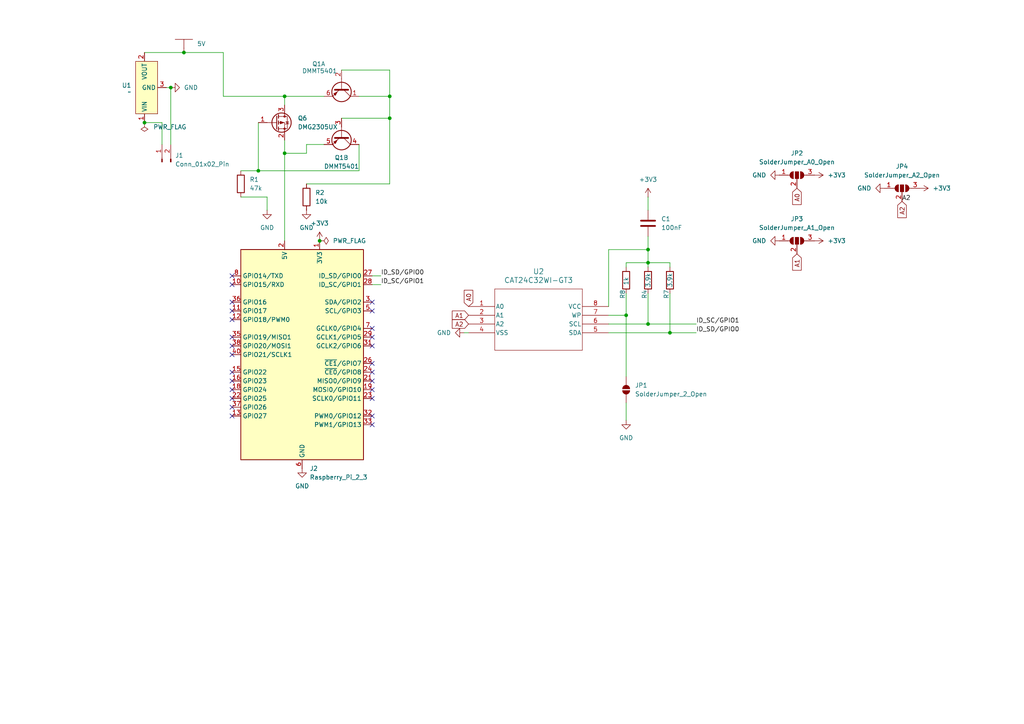
<source format=kicad_sch>
(kicad_sch (version 20231120) (generator "eeschema") (generator_version "8.0")
  (paper "A4")
  (lib_symbols
    (symbol "2025-02-25_03-11-03:CAT24C32WI-GT3" (pin_names (offset 0.254))
      (property "Reference" "U" (at 20.32 10.16 0))
      (property "Value" "CAT24C32WI-GT3" (at 20.32 7.62 0))
      (symbol "CAT24C32WI-GT3_0_1"
        (polyline (pts (xy 7.62 -12.7) (xy 33.02 -12.7)) (stroke (width 0.127)))
        (polyline (pts (xy 7.62 5.08) (xy 7.62 -12.7)) (stroke (width 0.127)))
        (polyline (pts (xy 33.02 -12.7) (xy 33.02 5.08)) (stroke (width 0.127)))
        (polyline (pts (xy 33.02 5.08) (xy 7.62 5.08)) (stroke (width 0.127)))
        (pin unspecified line (at 0 0 0) (length 7.62) (name "A0") (number "1"))
        (pin unspecified line (at 0 -2.54 0) (length 7.62) (name "A1") (number "2"))
        (pin unspecified line (at 0 -5.08 0) (length 7.62) (name "A2") (number "3"))
        (pin power_in line (at 0 -7.62 0) (length 7.62) (name "VSS") (number "4"))
        (pin unspecified line (at 40.64 -7.62 180) (length 7.62) (name "SDA") (number "5"))
        (pin unspecified line (at 40.64 -5.08 180) (length 7.62) (name "SCL") (number "6"))
        (pin unspecified line (at 40.64 -2.54 180) (length 7.62) (name "WP") (number "7"))
        (pin power_in line (at 40.64 0 180) (length 7.62) (name "VCC") (number "8"))
      )
    )
    (symbol "Connector:Conn_01x02_Pin" (pin_names (offset 1.016) hide)
      (property "Reference" "J" (at 0 2.54 0))
      (property "Value" "Conn_01x02_Pin" (at 0 -5.08 0))
      (symbol "Conn_01x02_Pin_1_1"
        (polyline (pts (xy 1.27 -2.54) (xy 0.8636 -2.54)) (stroke (width 0.1524)))
        (polyline (pts (xy 1.27 0) (xy 0.8636 0)) (stroke (width 0.1524)))
        (rectangle (start 0.8636 -2.413) (end 0 -2.667) (stroke (width 0.1524)) (fill (type outline)))
        (rectangle (start 0.8636 0.127) (end 0 -0.127) (stroke (width 0.1524)) (fill (type outline)))
        (pin passive line (at 5.08 0 180) (length 3.81) (name "Pin_1") (number "1"))
        (pin passive line (at 5.08 -2.54 180) (length 3.81) (name "Pin_2") (number "2"))
      )
    )
    (symbol "Connector:Raspberry_Pi_2_3"
      (property "Reference" "J" (at -17.78 31.75 0))
      (property "Value" "Raspberry_Pi_2_3" (at 10.16 -31.75 0))
      (symbol "Raspberry_Pi_2_3_0_1"
        (rectangle (start -17.78 30.48) (end 17.78 -30.48) (stroke (width 0.254)) (fill (type background)))
      )
      (symbol "Raspberry_Pi_2_3_1_1"
        (pin power_in line (at 5.08 33.02 270) (length 2.54) (name "3V3") (number "1"))
        (pin bidirectional line (at -20.32 20.32 0) (length 2.54) (name "GPIO15/RXD") (number "10"))
        (pin bidirectional line (at -20.32 12.7 0) (length 2.54) (name "GPIO17") (number "11"))
        (pin bidirectional line (at -20.32 10.16 0) (length 2.54) (name "GPIO18/PWM0") (number "12"))
        (pin bidirectional line (at -20.32 -17.78 0) (length 2.54) (name "GPIO27") (number "13"))
        (pin passive line (at 0 -33.02 90) (length 2.54) hide (name "GND") (number "14"))
        (pin bidirectional line (at -20.32 -5.08 0) (length 2.54) (name "GPIO22") (number "15"))
        (pin bidirectional line (at -20.32 -7.62 0) (length 2.54) (name "GPIO23") (number "16"))
        (pin passive line (at 5.08 33.02 270) (length 2.54) hide (name "3V3") (number "17"))
        (pin bidirectional line (at -20.32 -10.16 0) (length 2.54) (name "GPIO24") (number "18"))
        (pin bidirectional line (at 20.32 -10.16 180) (length 2.54) (name "MOSI0/GPIO10") (number "19"))
        (pin power_in line (at -5.08 33.02 270) (length 2.54) (name "5V") (number "2"))
        (pin passive line (at 0 -33.02 90) (length 2.54) hide (name "GND") (number "20"))
        (pin bidirectional line (at 20.32 -7.62 180) (length 2.54) (name "MISO0/GPIO9") (number "21"))
        (pin bidirectional line (at -20.32 -12.7 0) (length 2.54) (name "GPIO25") (number "22"))
        (pin bidirectional line (at 20.32 -12.7 180) (length 2.54) (name "SCLK0/GPIO11") (number "23"))
        (pin bidirectional line (at 20.32 -5.08 180) (length 2.54) (name "~{CE0}/GPIO8") (number "24"))
        (pin passive line (at 0 -33.02 90) (length 2.54) hide (name "GND") (number "25"))
        (pin bidirectional line (at 20.32 -2.54 180) (length 2.54) (name "~{CE1}/GPIO7") (number "26"))
        (pin bidirectional line (at 20.32 22.86 180) (length 2.54) (name "ID_SD/GPIO0") (number "27"))
        (pin bidirectional line (at 20.32 20.32 180) (length 2.54) (name "ID_SC/GPIO1") (number "28"))
        (pin bidirectional line (at 20.32 5.08 180) (length 2.54) (name "GCLK1/GPIO5") (number "29"))
        (pin bidirectional line (at 20.32 15.24 180) (length 2.54) (name "SDA/GPIO2") (number "3"))
        (pin passive line (at 0 -33.02 90) (length 2.54) hide (name "GND") (number "30"))
        (pin bidirectional line (at 20.32 2.54 180) (length 2.54) (name "GCLK2/GPIO6") (number "31"))
        (pin bidirectional line (at 20.32 -17.78 180) (length 2.54) (name "PWM0/GPIO12") (number "32"))
        (pin bidirectional line (at 20.32 -20.32 180) (length 2.54) (name "PWM1/GPIO13") (number "33"))
        (pin passive line (at 0 -33.02 90) (length 2.54) hide (name "GND") (number "34"))
        (pin bidirectional line (at -20.32 5.08 0) (length 2.54) (name "GPIO19/MISO1") (number "35"))
        (pin bidirectional line (at -20.32 15.24 0) (length 2.54) (name "GPIO16") (number "36"))
        (pin bidirectional line (at -20.32 -15.24 0) (length 2.54) (name "GPIO26") (number "37"))
        (pin bidirectional line (at -20.32 2.54 0) (length 2.54) (name "GPIO20/MOSI1") (number "38"))
        (pin passive line (at 0 -33.02 90) (length 2.54) hide (name "GND") (number "39"))
        (pin passive line (at -5.08 33.02 270) (length 2.54) hide (name "5V") (number "4"))
        (pin bidirectional line (at -20.32 0 0) (length 2.54) (name "GPIO21/SCLK1") (number "40"))
        (pin bidirectional line (at 20.32 12.7 180) (length 2.54) (name "SCL/GPIO3") (number "5"))
        (pin power_in line (at 0 -33.02 90) (length 2.54) (name "GND") (number "6"))
        (pin bidirectional line (at 20.32 7.62 180) (length 2.54) (name "GCLK0/GPIO4") (number "7"))
        (pin bidirectional line (at -20.32 22.86 0) (length 2.54) (name "GPIO14/TXD") (number "8"))
        (pin passive line (at 0 -33.02 90) (length 2.54) hide (name "GND") (number "9"))
      )
    )
    (symbol "Device:C" (pin_numbers hide) (pin_names (offset 0.254))
      (property "Reference" "C" (at 0.635 2.54 0))
      (property "Value" "C" (at 0.635 -2.54 0))
      (symbol "C_0_1"
        (polyline (pts (xy -2.032 -0.762) (xy 2.032 -0.762)) (stroke (width 0.508)))
        (polyline (pts (xy -2.032 0.762) (xy 2.032 0.762)) (stroke (width 0.508)))
      )
      (symbol "C_1_1"
        (pin passive line (at 0 3.81 270) (length 2.794) (name "~") (number "1"))
        (pin passive line (at 0 -3.81 90) (length 2.794) (name "~") (number "2"))
      )
    )
    (symbol "Device:Q_PMOS_GSD" (pin_names (offset 0) hide)
      (property "Reference" "Q" (at 5.08 1.27 0))
      (property "Value" "Q_PMOS_GSD" (at 5.08 -1.27 0))
      (symbol "Q_PMOS_GSD_0_1"
        (polyline (pts (xy 0.254 0) (xy -2.54 0)))
        (polyline (pts (xy 0.254 1.905) (xy 0.254 -1.905)) (stroke (width 0.254)))
        (polyline (pts (xy 0.762 -1.27) (xy 0.762 -2.286)) (stroke (width 0.254)))
        (polyline (pts (xy 0.762 0.508) (xy 0.762 -0.508)) (stroke (width 0.254)))
        (polyline (pts (xy 0.762 2.286) (xy 0.762 1.27)) (stroke (width 0.254)))
        (polyline (pts (xy 2.54 2.54) (xy 2.54 1.778)))
        (polyline (pts (xy 2.54 -2.54) (xy 2.54 0) (xy 0.762 0)))
        (polyline (pts (xy 0.762 1.778) (xy 3.302 1.778) (xy 3.302 -1.778) (xy 0.762 -1.778)))
        (polyline (pts (xy 2.286 0) (xy 1.27 0.381) (xy 1.27 -0.381) (xy 2.286 0)) (fill (type outline)))
        (polyline (pts (xy 2.794 -0.508) (xy 2.921 -0.381) (xy 3.683 -0.381) (xy 3.81 -0.254)))
        (polyline (pts (xy 3.302 -0.381) (xy 2.921 0.254) (xy 3.683 0.254) (xy 3.302 -0.381)))
        (circle (center 1.651 0) (radius 2.794) (stroke (width 0.254)))
        (circle (center 2.54 -1.778) (radius 0.254) (fill (type outline)))
        (circle (center 2.54 1.778) (radius 0.254) (fill (type outline)))
      )
      (symbol "Q_PMOS_GSD_1_1"
        (pin input line (at -5.08 0 0) (length 2.54) (name "G") (number "1"))
        (pin passive line (at 2.54 -5.08 90) (length 2.54) (name "S") (number "2"))
        (pin passive line (at 2.54 5.08 270) (length 2.54) (name "D") (number "3"))
      )
    )
    (symbol "Device:R" (pin_numbers hide) (pin_names (offset 0))
      (property "Reference" "R" (at 2.032 0 90))
      (property "Value" "R" (at 0 0 90))
      (symbol "R_0_1"
        (rectangle (start -1.016 -2.54) (end 1.016 2.54) (stroke (width 0.254)))
      )
      (symbol "R_1_1"
        (pin passive line (at 0 3.81 270) (length 1.27) (name "~") (number "1"))
        (pin passive line (at 0 -3.81 90) (length 1.27) (name "~") (number "2"))
      )
    )
    (symbol "Jumper:SolderJumper_2_Open" (pin_numbers hide) (pin_names (offset 0) hide) (exclude_from_sim yes) (in_bom no)
      (property "Reference" "JP" (at 0 2.032 0))
      (property "Value" "SolderJumper_2_Open" (at 0 -2.54 0))
      (symbol "SolderJumper_2_Open_0_1"
        (arc (start -0.254 1.016) (mid -1.2656 0) (end -0.254 -1.016))
        (arc (start -0.254 1.016) (mid -1.2656 0) (end -0.254 -1.016) (fill (type outline)))
        (polyline (pts (xy -0.254 1.016) (xy -0.254 -1.016)))
        (polyline (pts (xy 0.254 1.016) (xy 0.254 -1.016)))
        (arc (start 0.254 -1.016) (mid 1.2656 0) (end 0.254 1.016))
        (arc (start 0.254 -1.016) (mid 1.2656 0) (end 0.254 1.016) (fill (type outline)))
      )
      (symbol "SolderJumper_2_Open_1_1"
        (pin passive line (at -3.81 0 0) (length 2.54) (name "A") (number "1"))
        (pin passive line (at 3.81 0 180) (length 2.54) (name "B") (number "2"))
      )
    )
    (symbol "Jumper:SolderJumper_3_Open" (pin_names (offset 0) hide) (exclude_from_sim yes) (in_bom no)
      (property "Reference" "JP" (at -2.54 -2.54 0))
      (property "Value" "SolderJumper_3_Open" (at 0 2.794 0))
      (symbol "SolderJumper_3_Open_0_1"
        (arc (start -1.016 1.016) (mid -2.0276 0) (end -1.016 -1.016))
        (arc (start -1.016 1.016) (mid -2.0276 0) (end -1.016 -1.016) (fill (type outline)))
        (rectangle (start -0.508 1.016) (end 0.508 -1.016) (fill (type outline)))
        (polyline (pts (xy -2.54 0) (xy -2.032 0)))
        (polyline (pts (xy -1.016 1.016) (xy -1.016 -1.016)))
        (polyline (pts (xy 0 -1.27) (xy 0 -1.016)))
        (polyline (pts (xy 1.016 1.016) (xy 1.016 -1.016)))
        (polyline (pts (xy 2.54 0) (xy 2.032 0)))
        (arc (start 1.016 -1.016) (mid 2.0276 0) (end 1.016 1.016))
        (arc (start 1.016 -1.016) (mid 2.0276 0) (end 1.016 1.016) (fill (type outline)))
      )
      (symbol "SolderJumper_3_Open_1_1"
        (pin passive line (at -5.08 0 0) (length 2.54) (name "A") (number "1"))
        (pin passive line (at 0 -3.81 90) (length 2.54) (name "C") (number "2"))
        (pin passive line (at 5.08 0 180) (length 2.54) (name "B") (number "3"))
      )
    )
    (symbol "SJSU_common:LargeBuckModule"
      (property "Reference" "U" (at 0 4.064 0))
      (symbol "LargeBuckModule_1_1"
        (rectangle (start -7.62 2.54) (end 7.62 -3.81) (fill (type background)))
        (pin power_in line (at -10.16 0 0) (length 2.54) (name "VIN") (number "1"))
        (pin power_out line (at 10.16 0 180) (length 2.54) (name "VOUT") (number "2"))
        (pin power_out line (at 0 -6.35 90) (length 2.54) (name "GND") (number "3"))
      )
    )
    (symbol "Transistor_BJT:DMMT5401" (pin_names (offset 0) hide)
      (property "Reference" "Q" (at 5.08 1.27 0))
      (property "Value" "DMMT5401" (at 5.08 -1.27 0))
      (symbol "DMMT5401_0_1"
        (polyline (pts (xy 0.635 0) (xy -2.54 0)))
        (polyline (pts (xy 0.635 0.635) (xy 2.54 2.54)))
        (polyline (pts (xy 0.635 -0.635) (xy 2.54 -2.54) (xy 2.54 -2.54)))
        (polyline (pts (xy 0.635 1.905) (xy 0.635 -1.905) (xy 0.635 -1.905)) (stroke (width 0.508)))
        (polyline (pts (xy 2.286 -1.778) (xy 1.778 -2.286) (xy 1.27 -1.27) (xy 2.286 -1.778) (xy 2.286 -1.778)) (fill (type outline)))
        (circle (center 1.27 0) (radius 2.8194) (stroke (width 0.254)))
      )
      (symbol "DMMT5401_1_1"
        (pin passive line (at 2.54 5.08 270) (length 2.54) (name "C1") (number "1"))
        (pin input line (at -5.08 0 0) (length 2.54) (name "B1") (number "2"))
        (pin passive line (at 2.54 -5.08 90) (length 2.54) (name "E1") (number "6"))
      )
      (symbol "DMMT5401_2_1"
        (pin input line (at -5.08 0 0) (length 2.54) (name "B2") (number "3"))
        (pin passive line (at 2.54 5.08 270) (length 2.54) (name "C2") (number "4"))
        (pin passive line (at 2.54 -5.08 90) (length 2.54) (name "E2") (number "5"))
      )
    )
    (symbol "finalhand-easyedapro:Power-5V" (power) (pin_numbers hide) (pin_names hide)
      (symbol "Power-5V_1_0"
        (polyline (pts (xy -2.54 3.81) (xy 2.54 3.81)))
        (polyline (pts (xy 0 3.81) (xy 0 1.27)))
        (pin power_in line (at 0 0 90) (length 1.27) (name "") (number "1"))
      )
    )
    (symbol "power:+3V3" (power) (pin_numbers hide) (pin_names (offset 0) hide)
      (property "Value" "+3V3" (at 0 3.556 0))
      (symbol "+3V3_0_1"
        (polyline (pts (xy -0.762 1.27) (xy 0 2.54)))
        (polyline (pts (xy 0 0) (xy 0 2.54)))
        (polyline (pts (xy 0 2.54) (xy 0.762 1.27)))
      )
      (symbol "+3V3_1_1"
        (pin power_in line (at 0 0 90) (length 0) (name "~") (number "1"))
      )
    )
    (symbol "power:GND" (power) (pin_numbers hide) (pin_names (offset 0) hide)
      (property "Value" "GND" (at 0 -3.81 0))
      (symbol "GND_0_1"
        (polyline (pts (xy 0 0) (xy 0 -1.27) (xy 1.27 -1.27) (xy 0 -2.54) (xy -1.27 -1.27) (xy 0 -1.27)))
      )
      (symbol "GND_1_1"
        (pin power_in line (at 0 0 270) (length 0) (name "~") (number "1"))
      )
    )
    (symbol "power:PWR_FLAG" (power) (pin_numbers hide) (pin_names (offset 0) hide)
      (property "Value" "PWR_FLAG" (at 0 3.81 0))
      (symbol "PWR_FLAG_0_0"
        (pin power_out line (at 0 0 90) (length 0) (name "~") (number "1"))
      )
      (symbol "PWR_FLAG_0_1"
        (polyline (pts (xy 0 0) (xy 0 1.27) (xy -1.016 1.905) (xy 0 2.54) (xy 1.016 1.905) (xy 0 1.27)))
      )
    )
  )
  (junction (at 41.91 35.56))
  (junction (at 187.96 76.2))
  (junction (at 82.55 27.94))
  (junction (at 113.03 34.29))
  (junction (at 187.96 72.39))
  (junction (at 187.96 93.98))
  (junction (at 194.31 96.52))
  (junction (at 74.93 49.53))
  (junction (at 49.53 25.4))
  (junction (at 181.61 91.44))
  (junction (at 82.55 44.45))
  (junction (at 92.71 69.85))
  (junction (at 53.34 15.24))
  (junction (at 113.03 27.94))
  (no_connect (at 67.31 100.33))
  (no_connect (at 107.95 97.79))
  (no_connect (at 67.31 97.79))
  (no_connect (at 107.95 90.17))
  (no_connect (at 67.31 115.57))
  (no_connect (at 67.31 92.71))
  (no_connect (at 107.95 95.25))
  (no_connect (at 67.31 118.11))
  (no_connect (at 107.95 107.95))
  (no_connect (at 67.31 107.95))
  (no_connect (at 107.95 110.49))
  (no_connect (at 67.31 80.01))
  (no_connect (at 67.31 110.49))
  (no_connect (at 107.95 87.63))
  (no_connect (at 107.95 105.41))
  (no_connect (at 107.95 100.33))
  (no_connect (at 107.95 113.03))
  (no_connect (at 107.95 123.19))
  (no_connect (at 67.31 120.65))
  (no_connect (at 107.95 120.65))
  (no_connect (at 67.31 90.17))
  (no_connect (at 67.31 113.03))
  (no_connect (at 67.31 87.63))
  (no_connect (at 67.31 82.55))
  (no_connect (at 67.31 102.87))
  (no_connect (at 107.95 115.57))
  (wire (pts (xy 181.61 91.44) (xy 181.61 109.22)))
  (wire (pts (xy 134.62 96.52) (xy 135.89 96.52)))
  (wire (pts (xy 181.61 116.84) (xy 181.61 121.92)))
  (wire (pts (xy 187.96 76.2) (xy 187.96 77.47)))
  (wire (pts (xy 88.9 41.91) (xy 93.98 41.91)))
  (wire (pts (xy 194.31 76.2) (xy 194.31 77.47)))
  (wire (pts (xy 49.53 25.4) (xy 49.53 41.91)))
  (wire (pts (xy 194.31 96.52) (xy 194.31 85.09)))
  (wire (pts (xy 88.9 44.45) (xy 82.55 44.45)))
  (wire (pts (xy 104.14 27.94) (xy 113.03 27.94)))
  (wire (pts (xy 74.93 35.56) (xy 74.93 49.53)))
  (wire (pts (xy 187.96 57.15) (xy 187.96 60.96)))
  (wire (pts (xy 187.96 76.2) (xy 194.31 76.2)))
  (wire (pts (xy 187.96 72.39) (xy 187.96 76.2)))
  (wire (pts (xy 48.26 25.4) (xy 49.53 25.4)))
  (wire (pts (xy 113.03 20.32) (xy 99.06 20.32)))
  (wire (pts (xy 181.61 76.2) (xy 187.96 76.2)))
  (wire (pts (xy 187.96 68.58) (xy 187.96 72.39)))
  (wire (pts (xy 113.03 53.34) (xy 88.9 53.34)))
  (wire (pts (xy 113.03 34.29) (xy 113.03 53.34)))
  (wire (pts (xy 181.61 91.44) (xy 181.61 85.09)))
  (wire (pts (xy 69.85 57.15) (xy 77.47 57.15)))
  (wire (pts (xy 64.77 27.94) (xy 82.55 27.94)))
  (wire (pts (xy 181.61 77.47) (xy 181.61 76.2)))
  (wire (pts (xy 46.99 35.56) (xy 46.99 41.91)))
  (wire (pts (xy 77.47 57.15) (xy 77.47 60.96)))
  (wire (pts (xy 82.55 27.94) (xy 93.98 27.94)))
  (wire (pts (xy 110.49 80.01) (xy 107.95 80.01)))
  (wire (pts (xy 88.9 41.91) (xy 88.9 44.45)))
  (wire (pts (xy 82.55 27.94) (xy 82.55 30.48)))
  (wire (pts (xy 41.91 35.56) (xy 46.99 35.56)))
  (wire (pts (xy 41.91 15.24) (xy 53.34 15.24)))
  (wire (pts (xy 176.53 72.39) (xy 187.96 72.39)))
  (wire (pts (xy 187.96 93.98) (xy 201.93 93.98)))
  (wire (pts (xy 187.96 85.09) (xy 187.96 93.98)))
  (wire (pts (xy 99.06 34.29) (xy 113.03 34.29)))
  (wire (pts (xy 64.77 15.24) (xy 64.77 27.94)))
  (wire (pts (xy 110.49 82.55) (xy 107.95 82.55)))
  (wire (pts (xy 176.53 88.9) (xy 176.53 72.39)))
  (wire (pts (xy 113.03 27.94) (xy 113.03 34.29)))
  (wire (pts (xy 82.55 40.64) (xy 82.55 44.45)))
  (wire (pts (xy 113.03 27.94) (xy 113.03 20.32)))
  (wire (pts (xy 82.55 44.45) (xy 82.55 69.85)))
  (wire (pts (xy 194.31 96.52) (xy 201.93 96.52)))
  (wire (pts (xy 74.93 49.53) (xy 104.14 49.53)))
  (wire (pts (xy 104.14 41.91) (xy 104.14 49.53)))
  (wire (pts (xy 176.53 91.44) (xy 181.61 91.44)))
  (wire (pts (xy 176.53 93.98) (xy 187.96 93.98)))
  (wire (pts (xy 176.53 96.52) (xy 194.31 96.52)))
  (wire (pts (xy 74.93 49.53) (xy 69.85 49.53)))
  (wire (pts (xy 53.34 15.24) (xy 64.77 15.24)))
  (label "ID_SD/GPIO0" (at 110.49 80.01 0))
  (label "ID_SC/GPIO1" (at 201.93 93.98 0))
  (label "ID_SD/GPIO0" (at 201.93 96.52 0))
  (label "ID_SC/GPIO1" (at 110.49 82.55 0))
  (label "A2" (at 261.62 58.42 0))
  (global_label "A0" (shape input) (at 231.14 54.61 270) (property "Intersheetrefs" "${INTERSHEET_REFS}" (effects (hide yes))))
  (global_label "A2" (shape input) (at 135.89 93.98 180) (property "Intersheetrefs" "${INTERSHEET_REFS}" (effects (hide yes))))
  (global_label "A0" (shape input) (at 135.89 88.9 90) (property "Intersheetrefs" "${INTERSHEET_REFS}" (effects (hide yes))))
  (global_label "A1" (shape input) (at 135.89 91.44 180) (property "Intersheetrefs" "${INTERSHEET_REFS}" (effects (hide yes))))
  (global_label "A2" (shape input) (at 261.62 58.42 270) (property "Intersheetrefs" "${INTERSHEET_REFS}" (effects (hide yes))))
  (global_label "A1" (shape input) (at 231.14 73.66 270) (property "Intersheetrefs" "${INTERSHEET_REFS}" (effects (hide yes))))
  (symbol (lib_id "power:+3V3") (at 236.22 50.8 270) (unit 1)
    (property "Reference" "#PWR07" (effects (hide yes)))
    (property "Value" "+3V3" (at 240.03 50.7999 90) (effects (justify left)))
    (property "Description" "Power symbol creates a global label with name \"+3V3\"" (effects (hide yes)))
  )
  (symbol (lib_id "Jumper:SolderJumper_3_Open") (at 261.62 54.61 0) (unit 1) (exclude_from_sim yes) (in_bom no)
    (property "Reference" "JP4" (at 261.62 48.26 0))
    (property "Value" "SolderJumper_A2_Open" (at 261.62 50.8 0))
    (property "Footprint" "Jumper:SolderJumper-3_P1.3mm_Bridged2Bar12_Pad1.0x1.5mm_NumberLabels" (effects (hide yes)))
    (property "Description" "Solder Jumper, 3-pole, open" (effects (hide yes)))
  )
  (symbol (lib_id "Device:R") (at 69.85 53.34 0) (unit 1)
    (property "Reference" "R1" (at 72.39 52.0699 0) (effects (justify left)))
    (property "Value" "47k" (at 72.39 54.6099 0) (effects (justify left)))
    (property "Footprint" "Resistor_SMD:R_0603_1608Metric_Pad0.98x0.95mm_HandSolder" (effects (hide yes)))
    (property "Description" "Resistor" (effects (hide yes)))
  )
  (symbol (lib_id "power:GND") (at 226.06 69.85 270) (unit 1)
    (property "Reference" "#PWR015" (effects (hide yes)))
    (property "Value" "GND" (at 222.25 69.8499 90) (effects (justify right)))
    (property "Description" "Power symbol creates a global label with name \"GND\" , ground" (effects (hide yes)))
  )
  (symbol (lib_id "power:PWR_FLAG") (at 41.91 35.56 180) (unit 1)
    (property "Reference" "#FLG01" (effects (hide yes)))
    (property "Value" "PWR_FLAG" (at 44.45 36.8299 0) (effects (justify right)))
    (property "Description" "Special symbol for telling ERC where power comes from" (effects (hide yes)))
  )
  (symbol (lib_id "power:GND") (at 226.06 50.8 270) (unit 1)
    (property "Reference" "#PWR013" (effects (hide yes)))
    (property "Value" "GND" (at 222.25 50.7999 90) (effects (justify right)))
    (property "Description" "Power symbol creates a global label with name \"GND\" , ground" (effects (hide yes)))
  )
  (symbol (lib_id "Transistor_BJT:DMMT5401") (at 99.06 39.37 270) (unit 2)
    (property "Reference" "Q1" (at 99.06 45.72 90))
    (property "Value" "DMMT5401" (at 99.06 48.26 90))
    (property "Footprint" "Package_TO_SOT_SMD:SOT-23-6" (effects (hide yes)))
    (property "Datasheet" "https://www.diodes.com/assets/Datasheets/ds30437.pdf" (effects (hide yes)))
    (property "Description" "Dual PNP transistor, 6 pin package" (effects (hide yes)))
  )
  (symbol (lib_id "power:+3V3") (at 236.22 69.85 270) (unit 1)
    (property "Reference" "#PWR011" (effects (hide yes)))
    (property "Value" "+3V3" (at 240.03 69.8499 90) (effects (justify left)))
    (property "Description" "Power symbol creates a global label with name \"+3V3\"" (effects (hide yes)))
  )
  (symbol (lib_id "power:+3V3") (at 187.96 57.15 0) (unit 1)
    (property "Reference" "#PWR06" (effects (hide yes)))
    (property "Value" "+3V3" (at 187.96 52.07 0))
    (property "Description" "Power symbol creates a global label with name \"+3V3\"" (effects (hide yes)))
  )
  (symbol (lib_id "Jumper:SolderJumper_3_Open") (at 231.14 50.8 0) (unit 1) (exclude_from_sim yes) (in_bom no)
    (property "Reference" "JP2" (at 231.14 44.45 0))
    (property "Value" "SolderJumper_A0_Open" (at 231.14 46.99 0))
    (property "Footprint" "Jumper:SolderJumper-3_P1.3mm_Bridged2Bar12_Pad1.0x1.5mm_NumberLabels" (effects (hide yes)))
    (property "Description" "Solder Jumper, 3-pole, open" (effects (hide yes)))
  )
  (symbol (lib_id "SJSU_common:LargeBuckModule") (at 41.91 25.4 90) (unit 1)
    (property "Reference" "U1" (at 38.1 24.7649 90) (effects (justify left)))
    (property "Value" "~" (at 38.1 26.67 90) (effects (justify left)))
    (property "Footprint" "SJSU_common:5VBuckModule" (effects (hide yes)))
  )
  (symbol (lib_id "2025-02-25_03-11-03:CAT24C32WI-GT3") (at 135.89 88.9 0) (unit 1)
    (property "Reference" "U2" (at 156.21 78.74 0) (effects (font (size 1.524 1.524))))
    (property "Value" "CAT24C32WI-GT3" (at 156.21 81.28 0) (effects (font (size 1.524 1.524))))
    (property "Footprint" "footprints:SOIC8_ONS" (effects (hide yes)))
    (property "Datasheet" "CAT24C32WI-GT3" (effects (hide yes)))
  )
  (symbol (lib_id "finalhand-easyedapro:Power-5V") (at 53.34 15.24 0) (unit 1)
    (property "Reference" "#PWR05" (effects (hide yes)))
    (property "Value" "5V" (at 57.15 12.6999 0) (effects (justify left)))
    (property "Footprint" "finalhand-easyedapro:" (effects (hide yes)))
  )
  (symbol (lib_id "power:GND") (at 256.54 54.61 270) (unit 1)
    (property "Reference" "#PWR014" (effects (hide yes)))
    (property "Value" "GND" (at 252.73 54.6099 90) (effects (justify right)))
    (property "Description" "Power symbol creates a global label with name \"GND\" , ground" (effects (hide yes)))
  )
  (symbol (lib_id "power:PWR_FLAG") (at 92.71 69.85 270) (unit 1)
    (property "Reference" "#FLG02" (effects (hide yes)))
    (property "Value" "PWR_FLAG" (at 96.52 69.8499 90) (effects (justify left)))
    (property "Description" "Special symbol for telling ERC where power comes from" (effects (hide yes)))
  )
  (symbol (lib_id "power:GND") (at 87.63 135.89 0) (unit 1)
    (property "Reference" "#PWR010" (effects (hide yes)))
    (property "Value" "GND" (at 87.63 140.97 0))
    (property "Description" "Power symbol creates a global label with name \"GND\" , ground" (effects (hide yes)))
  )
  (symbol (lib_id "power:GND") (at 134.62 96.52 270) (unit 1)
    (property "Reference" "#PWR08" (effects (hide yes)))
    (property "Value" "GND" (at 130.81 96.5199 90) (effects (justify right)))
    (property "Description" "Power symbol creates a global label with name \"GND\" , ground" (effects (hide yes)))
  )
  (symbol (lib_id "power:+3V3") (at 266.7 54.61 270) (unit 1)
    (property "Reference" "#PWR012" (effects (hide yes)))
    (property "Value" "+3V3" (at 270.51 54.6099 90) (effects (justify left)))
    (property "Description" "Power symbol creates a global label with name \"+3V3\"" (effects (hide yes)))
  )
  (symbol (lib_id "Jumper:SolderJumper_3_Open") (at 231.14 69.85 0) (unit 1) (exclude_from_sim yes) (in_bom no)
    (property "Reference" "JP3" (at 231.14 63.5 0))
    (property "Value" "SolderJumper_A1_Open" (at 231.14 66.04 0))
    (property "Footprint" "Jumper:SolderJumper-3_P1.3mm_Bridged2Bar12_Pad1.0x1.5mm_NumberLabels" (effects (hide yes)))
    (property "Description" "Solder Jumper, 3-pole, open" (effects (hide yes)))
  )
  (symbol (lib_id "power:GND") (at 88.9 60.96 0) (unit 1)
    (property "Reference" "#PWR02" (effects (hide yes)))
    (property "Value" "GND" (at 88.9 66.04 0))
    (property "Description" "Power symbol creates a global label with name \"GND\" , ground" (effects (hide yes)))
  )
  (symbol (lib_id "power:GND") (at 181.61 121.92 0) (unit 1)
    (property "Reference" "#PWR09" (effects (hide yes)))
    (property "Value" "GND" (at 181.61 127 0))
    (property "Description" "Power symbol creates a global label with name \"GND\" , ground" (effects (hide yes)))
  )
  (symbol (lib_id "Transistor_BJT:DMMT5401") (at 99.06 25.4 270) (unit 1)
    (property "Reference" "Q1" (at 92.456 18.542 90))
    (property "Value" "DMMT5401" (at 92.71 20.574 90))
    (property "Footprint" "Package_TO_SOT_SMD:SOT-23-6" (effects (hide yes)))
    (property "Datasheet" "https://www.diodes.com/assets/Datasheets/ds30437.pdf" (effects (hide yes)))
    (property "Description" "Dual PNP transistor, 6 pin package" (effects (hide yes)))
  )
  (symbol (lib_id "Connector:Conn_01x02_Pin") (at 46.99 46.99 90) (unit 1)
    (property "Reference" "J1" (at 50.8 45.0849 90) (effects (justify right)))
    (property "Value" "Conn_01x02_Pin" (at 50.8 47.6249 90) (effects (justify right)))
    (property "Footprint" "Connector_AMASS:AMASS_XT60-M_1x02_P7.20mm_Vertical" (effects (hide yes)))
    (property "Description" "Generic connector, single row, 01x02, script generated" (effects (hide yes)))
  )
  (symbol (lib_id "power:GND") (at 77.47 60.96 0) (unit 1)
    (property "Reference" "#PWR016" (effects (hide yes)))
    (property "Value" "GND" (at 77.47 66.04 0))
    (property "Description" "Power symbol creates a global label with name \"GND\" , ground" (effects (hide yes)))
  )
  (symbol (lib_id "Device:R") (at 181.61 81.28 0) (unit 1)
    (property "Reference" "R8" (at 180.594 85.344 90))
    (property "Value" "1k" (at 181.61 81.534 90))
    (property "Footprint" "Capacitor_SMD:C_0603_1608Metric" (effects (hide yes)))
    (property "Description" "Resistor" (effects (hide yes)))
  )
  (symbol (lib_id "Device:C") (at 187.96 64.77 0) (unit 1)
    (property "Reference" "C1" (at 191.77 63.4999 0) (effects (justify left)))
    (property "Value" "100nF" (at 191.77 66.0399 0) (effects (justify left)))
    (property "Footprint" "Capacitor_SMD:C_0603_1608Metric" (effects (hide yes)))
    (property "Description" "Unpolarized capacitor" (effects (hide yes)))
  )
  (symbol (lib_id "Connector:Raspberry_Pi_2_3") (at 87.63 102.87 0) (unit 1)
    (property "Reference" "J2" (at 89.8241 135.89 0) (effects (justify left)))
    (property "Value" "Raspberry_Pi_2_3" (at 89.8241 138.43 0) (effects (justify left)))
    (property "Footprint" "Connector_Samtec_HLE_SMD:Samtec_HLE-120-02-xxx-DV-BE-LC_2x20_P2.54mm_Horizontal" (effects (hide yes)))
    (property "Datasheet" "https://www.raspberrypi.org/documentation/hardware/raspberrypi/schematics/rpi_SCH_3bplus_1p0_reduced.pdf" (effects (hide yes)))
    (property "Description" "expansion header for Raspberry Pi 2 & 3" (effects (hide yes)))
  )
  (symbol (lib_id "power:GND") (at 49.53 25.4 90) (unit 1)
    (property "Reference" "#PWR03" (effects (hide yes)))
    (property "Value" "GND" (at 53.34 25.3999 90) (effects (justify right)))
    (property "Description" "Power symbol creates a global label with name \"GND\" , ground" (effects (hide yes)))
  )
  (symbol (lib_id "Device:R") (at 88.9 57.15 0) (unit 1)
    (property "Reference" "R2" (at 91.44 55.8799 0) (effects (justify left)))
    (property "Value" "10k" (at 91.44 58.4199 0) (effects (justify left)))
    (property "Footprint" "Resistor_SMD:R_0603_1608Metric_Pad0.98x0.95mm_HandSolder" (effects (hide yes)))
    (property "Description" "Resistor" (effects (hide yes)))
  )
  (symbol (lib_id "Device:Q_PMOS_GSD") (at 80.01 35.56 0) (unit 1)
    (property "Reference" "Q6" (at 86.36 34.2899 0) (effects (justify left)))
    (property "Value" "DMG2305UX" (at 86.36 36.8299 0) (effects (justify left)))
    (property "Footprint" "Package_TO_SOT_SMD:TO-252-2" (effects (hide yes)))
    (property "Description" "P-MOSFET transistor, gate/source/drain" (effects (hide yes)))
  )
  (symbol (lib_id "Device:R") (at 187.96 81.28 180) (unit 1)
    (property "Reference" "R4" (at 186.944 85.344 90))
    (property "Value" "3.9k" (at 187.96 81.28 90))
    (property "Footprint" "Resistor_SMD:R_0603_1608Metric_Pad0.98x0.95mm_HandSolder" (effects (hide yes)))
    (property "Description" "Resistor" (effects (hide yes)))
  )
  (symbol (lib_id "Jumper:SolderJumper_2_Open") (at 181.61 113.03 90) (unit 1) (exclude_from_sim yes) (in_bom no)
    (property "Reference" "JP1" (at 184.15 111.7599 90) (effects (justify right)))
    (property "Value" "SolderJumper_2_Open" (at 184.15 114.2999 90) (effects (justify right)))
    (property "Footprint" "Jumper:SolderJumper-2_P1.3mm_Bridged2Bar_Pad1.0x1.5mm" (effects (hide yes)))
    (property "Description" "Solder Jumper, 2-pole, open" (effects (hide yes)))
  )
  (symbol (lib_id "Device:R") (at 194.31 81.28 180) (unit 1)
    (property "Reference" "R7" (at 193.294 85.344 90))
    (property "Value" "3.9k" (at 194.31 81.28 90))
    (property "Footprint" "Resistor_SMD:R_0603_1608Metric_Pad0.98x0.95mm_HandSolder" (effects (hide yes)))
    (property "Description" "Resistor" (effects (hide yes)))
  )
  (symbol (lib_id "power:+3V3") (at 92.71 69.85 0) (unit 1)
    (property "Reference" "#PWR04" (effects (hide yes)))
    (property "Value" "+3V3" (at 92.71 64.77 0))
    (property "Description" "Power symbol creates a global label with name \"+3V3\"" (effects (hide yes)))
  )
)
</source>
